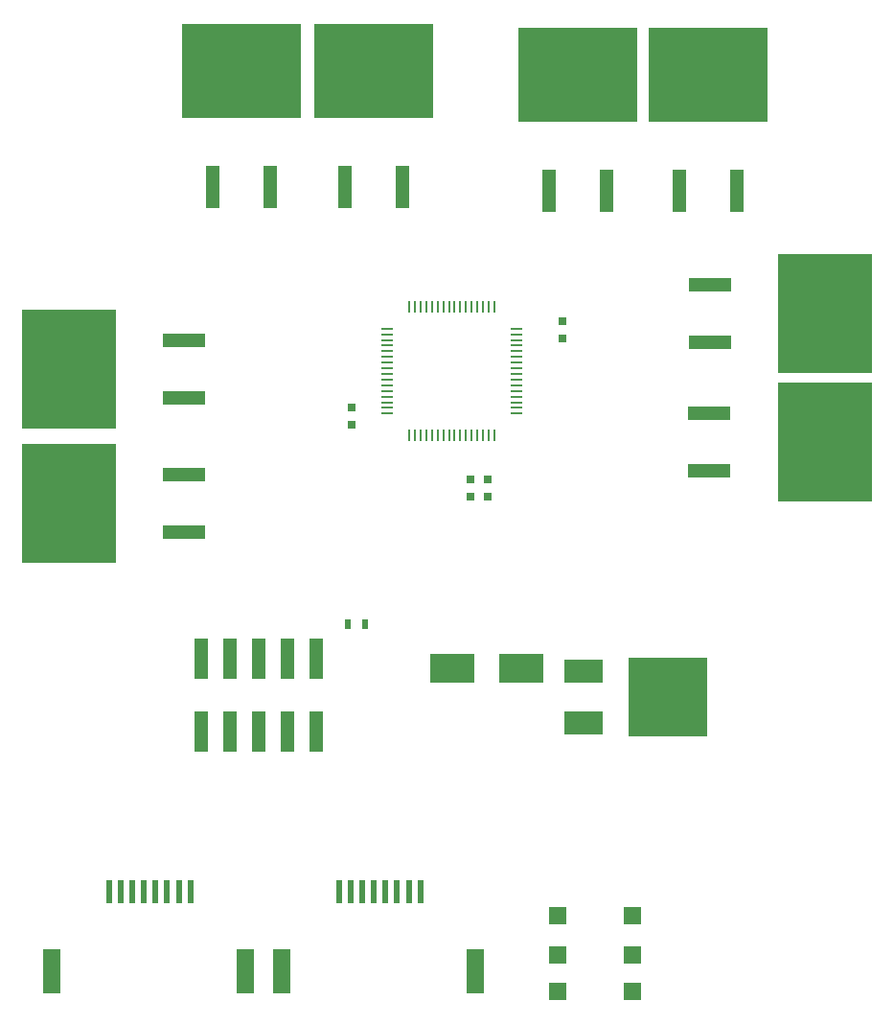
<source format=gtp>
%TF.GenerationSoftware,KiCad,Pcbnew,(5.0.1)-3*%
%TF.CreationDate,2018-12-23T11:37:47+11:00*%
%TF.ProjectId,1Wire-LEDController,31576972652D4C4544436F6E74726F6C,1.2*%
%TF.SameCoordinates,Original*%
%TF.FileFunction,Paste,Top*%
%TF.FilePolarity,Positive*%
%FSLAX46Y46*%
G04 Gerber Fmt 4.6, Leading zero omitted, Abs format (unit mm)*
G04 Created by KiCad (PCBNEW (5.0.1)-3) date 23/12/2018 11:37:47 AM*
%MOMM*%
%LPD*%
G01*
G04 APERTURE LIST*
%ADD10R,0.250000X1.000000*%
%ADD11R,1.000000X0.250000*%
%ADD12R,1.200000X3.800000*%
%ADD13R,10.490000X8.380000*%
%ADD14R,1.270000X3.600000*%
%ADD15R,1.500000X4.000000*%
%ADD16R,0.600000X2.100000*%
%ADD17R,4.000000X2.500000*%
%ADD18R,0.800000X0.750000*%
%ADD19R,0.750000X0.800000*%
%ADD20R,3.800000X1.200000*%
%ADD21R,8.380000X10.490000*%
%ADD22R,0.500000X0.900000*%
%ADD23R,3.500000X2.000000*%
%ADD24R,7.000000X7.000000*%
%ADD25R,1.500000X1.500000*%
G04 APERTURE END LIST*
D10*
%TO.C,U2*%
X176590000Y-109840000D03*
X177090000Y-109840000D03*
X177590000Y-109840000D03*
X178090000Y-109840000D03*
X178590000Y-109840000D03*
X179090000Y-109840000D03*
X179590000Y-109840000D03*
X180090000Y-109840000D03*
X180590000Y-109840000D03*
X181090000Y-109840000D03*
X181590000Y-109840000D03*
X182090000Y-109840000D03*
X182590000Y-109840000D03*
X183090000Y-109840000D03*
X183590000Y-109840000D03*
X184090000Y-109840000D03*
D11*
X186040000Y-107890000D03*
X186040000Y-107390000D03*
X186040000Y-106890000D03*
X186040000Y-106390000D03*
X186040000Y-105890000D03*
X186040000Y-105390000D03*
X186040000Y-104890000D03*
X186040000Y-104390000D03*
X186040000Y-103890000D03*
X186040000Y-103390000D03*
X186040000Y-102890000D03*
X186040000Y-102390000D03*
X186040000Y-101890000D03*
X186040000Y-101390000D03*
X186040000Y-100890000D03*
X186040000Y-100390000D03*
D10*
X184090000Y-98440000D03*
X183590000Y-98440000D03*
X183090000Y-98440000D03*
X182590000Y-98440000D03*
X182090000Y-98440000D03*
X181590000Y-98440000D03*
X181090000Y-98440000D03*
X180590000Y-98440000D03*
X180090000Y-98440000D03*
X179590000Y-98440000D03*
X179090000Y-98440000D03*
X178590000Y-98440000D03*
X178090000Y-98440000D03*
X177590000Y-98440000D03*
X177090000Y-98440000D03*
X176590000Y-98440000D03*
D11*
X174640000Y-100390000D03*
X174640000Y-100890000D03*
X174640000Y-101390000D03*
X174640000Y-101890000D03*
X174640000Y-102390000D03*
X174640000Y-102890000D03*
X174640000Y-103390000D03*
X174640000Y-103890000D03*
X174640000Y-104390000D03*
X174640000Y-104890000D03*
X174640000Y-105390000D03*
X174640000Y-105890000D03*
X174640000Y-106390000D03*
X174640000Y-106890000D03*
X174640000Y-107390000D03*
X174640000Y-107890000D03*
%TD*%
D12*
%TO.C,Q4*%
X205550000Y-88191000D03*
X200470000Y-88191000D03*
D13*
X203010000Y-77978000D03*
%TD*%
D14*
%TO.C,P1*%
X158178000Y-135978000D03*
X160718000Y-135978000D03*
X163258000Y-135978000D03*
X165798000Y-135978000D03*
X165798000Y-129578000D03*
X163258000Y-129578000D03*
X160718000Y-129578000D03*
X158178000Y-129578000D03*
X168338000Y-135978000D03*
X168338000Y-129578000D03*
%TD*%
D15*
%TO.C,J2*%
X145036000Y-157106000D03*
D16*
X157236000Y-150126000D03*
X156216000Y-150126000D03*
X155196000Y-150126000D03*
X154176000Y-150126000D03*
X153156000Y-150126000D03*
X152136000Y-150126000D03*
X151116000Y-150126000D03*
X150096000Y-150126000D03*
D15*
X162136000Y-157106000D03*
%TD*%
D17*
%TO.C,C1*%
X186502000Y-130366000D03*
X180402000Y-130366000D03*
%TD*%
D18*
%TO.C,C2*%
X183503000Y-115252000D03*
X182003000Y-115252000D03*
%TD*%
%TO.C,C3*%
X183503000Y-113728000D03*
X182003000Y-113728000D03*
%TD*%
D19*
%TO.C,C4*%
X190119000Y-99770000D03*
X190119000Y-101270000D03*
%TD*%
%TO.C,C5*%
X171514000Y-108890000D03*
X171514000Y-107390000D03*
%TD*%
D15*
%TO.C,J1*%
X165356000Y-157106000D03*
D16*
X177556000Y-150126000D03*
X176536000Y-150126000D03*
X175516000Y-150126000D03*
X174496000Y-150126000D03*
X173476000Y-150126000D03*
X172456000Y-150126000D03*
X171436000Y-150126000D03*
X170416000Y-150126000D03*
D15*
X182456000Y-157106000D03*
%TD*%
D12*
%TO.C,Q1*%
X194056000Y-88191000D03*
X188976000Y-88191000D03*
D13*
X191516000Y-77978000D03*
%TD*%
D12*
%TO.C,Q3*%
X164338000Y-87873500D03*
X159258000Y-87873500D03*
D13*
X161798000Y-77660500D03*
%TD*%
D12*
%TO.C,Q7*%
X175958000Y-87873500D03*
X170878000Y-87873500D03*
D13*
X173418000Y-77660500D03*
%TD*%
D20*
%TO.C,Q9*%
X203147000Y-101600000D03*
X203147000Y-96520000D03*
D21*
X213360000Y-99060000D03*
%TD*%
D20*
%TO.C,Q10*%
X156707000Y-113284000D03*
X156707000Y-118364000D03*
D21*
X146494000Y-115824000D03*
%TD*%
D20*
%TO.C,Q13*%
X203083000Y-112966000D03*
X203083000Y-107886000D03*
D21*
X213296000Y-110426000D03*
%TD*%
D20*
%TO.C,Q14*%
X156707000Y-101410000D03*
X156707000Y-106490000D03*
D21*
X146494000Y-103950000D03*
%TD*%
D22*
%TO.C,R1*%
X172696000Y-126492000D03*
X171196000Y-126492000D03*
%TD*%
D23*
%TO.C,U1*%
X192007000Y-130616000D03*
X192007000Y-135196000D03*
D24*
X199407000Y-132916000D03*
%TD*%
D25*
%TO.C,J3*%
X189740000Y-158890000D03*
X189740000Y-152190000D03*
X189740000Y-155690000D03*
X196340000Y-158890000D03*
X196340000Y-155690000D03*
X196340000Y-152190000D03*
%TD*%
M02*

</source>
